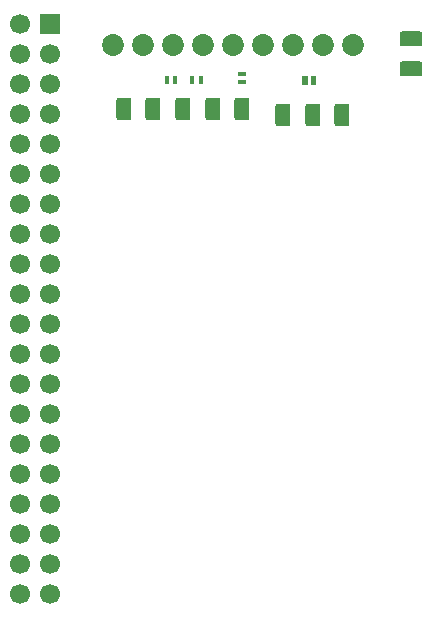
<source format=gbr>
%TF.GenerationSoftware,KiCad,Pcbnew,9.0.4-9.0.4-0~ubuntu22.04.1*%
%TF.CreationDate,2025-10-27T10:58:52+05:30*%
%TF.ProjectId,Pin_Socket,50696e5f-536f-4636-9b65-742e6b696361,rev?*%
%TF.SameCoordinates,Original*%
%TF.FileFunction,Soldermask,Bot*%
%TF.FilePolarity,Negative*%
%FSLAX46Y46*%
G04 Gerber Fmt 4.6, Leading zero omitted, Abs format (unit mm)*
G04 Created by KiCad (PCBNEW 9.0.4-9.0.4-0~ubuntu22.04.1) date 2025-10-27 10:58:52*
%MOMM*%
%LPD*%
G01*
G04 APERTURE LIST*
G04 Aperture macros list*
%AMRoundRect*
0 Rectangle with rounded corners*
0 $1 Rounding radius*
0 $2 $3 $4 $5 $6 $7 $8 $9 X,Y pos of 4 corners*
0 Add a 4 corners polygon primitive as box body*
4,1,4,$2,$3,$4,$5,$6,$7,$8,$9,$2,$3,0*
0 Add four circle primitives for the rounded corners*
1,1,$1+$1,$2,$3*
1,1,$1+$1,$4,$5*
1,1,$1+$1,$6,$7*
1,1,$1+$1,$8,$9*
0 Add four rect primitives between the rounded corners*
20,1,$1+$1,$2,$3,$4,$5,0*
20,1,$1+$1,$4,$5,$6,$7,0*
20,1,$1+$1,$6,$7,$8,$9,0*
20,1,$1+$1,$8,$9,$2,$3,0*%
G04 Aperture macros list end*
%ADD10C,0.010000*%
%ADD11R,1.700000X1.700000*%
%ADD12C,1.700000*%
%ADD13RoundRect,0.050000X-0.300000X0.150000X-0.300000X-0.150000X0.300000X-0.150000X0.300000X0.150000X0*%
%ADD14RoundRect,0.050000X-0.150000X-0.300000X0.150000X-0.300000X0.150000X0.300000X-0.150000X0.300000X0*%
%ADD15C,1.854000*%
%ADD16RoundRect,0.190500X0.762000X0.444500X-0.762000X0.444500X-0.762000X-0.444500X0.762000X-0.444500X0*%
%ADD17RoundRect,0.190500X0.444500X-0.762000X0.444500X0.762000X-0.444500X0.762000X-0.444500X-0.762000X0*%
G04 APERTURE END LIST*
D10*
%TO.C,D1*%
X155458000Y-69651000D02*
X155460000Y-69651000D01*
X155463000Y-69652000D01*
X155465000Y-69652000D01*
X155468000Y-69653000D01*
X155470000Y-69654000D01*
X155473000Y-69655000D01*
X155475000Y-69657000D01*
X155477000Y-69658000D01*
X155479000Y-69660000D01*
X155481000Y-69661000D01*
X155483000Y-69663000D01*
X155485000Y-69665000D01*
X155487000Y-69667000D01*
X155489000Y-69669000D01*
X155490000Y-69671000D01*
X155492000Y-69673000D01*
X155493000Y-69675000D01*
X155495000Y-69677000D01*
X155496000Y-69680000D01*
X155497000Y-69682000D01*
X155498000Y-69685000D01*
X155498000Y-69687000D01*
X155499000Y-69690000D01*
X155499000Y-69692000D01*
X155500000Y-69695000D01*
X155500000Y-69697000D01*
X155500000Y-69700000D01*
X155500000Y-70300000D01*
X155500000Y-70303000D01*
X155500000Y-70305000D01*
X155499000Y-70308000D01*
X155499000Y-70310000D01*
X155498000Y-70313000D01*
X155498000Y-70315000D01*
X155497000Y-70318000D01*
X155496000Y-70320000D01*
X155495000Y-70323000D01*
X155493000Y-70325000D01*
X155492000Y-70327000D01*
X155490000Y-70329000D01*
X155489000Y-70331000D01*
X155487000Y-70333000D01*
X155485000Y-70335000D01*
X155483000Y-70337000D01*
X155481000Y-70339000D01*
X155479000Y-70340000D01*
X155477000Y-70342000D01*
X155475000Y-70343000D01*
X155473000Y-70345000D01*
X155470000Y-70346000D01*
X155468000Y-70347000D01*
X155465000Y-70348000D01*
X155463000Y-70348000D01*
X155460000Y-70349000D01*
X155458000Y-70349000D01*
X155455000Y-70350000D01*
X155453000Y-70350000D01*
X155450000Y-70350000D01*
X155150000Y-70350000D01*
X155147000Y-70350000D01*
X155145000Y-70350000D01*
X155142000Y-70349000D01*
X155140000Y-70349000D01*
X155137000Y-70348000D01*
X155135000Y-70348000D01*
X155132000Y-70347000D01*
X155130000Y-70346000D01*
X155127000Y-70345000D01*
X155125000Y-70343000D01*
X155123000Y-70342000D01*
X155121000Y-70340000D01*
X155119000Y-70339000D01*
X155117000Y-70337000D01*
X155115000Y-70335000D01*
X155113000Y-70333000D01*
X155111000Y-70331000D01*
X155110000Y-70329000D01*
X155108000Y-70327000D01*
X155107000Y-70325000D01*
X155105000Y-70323000D01*
X155104000Y-70320000D01*
X155103000Y-70318000D01*
X155102000Y-70315000D01*
X155102000Y-70313000D01*
X155101000Y-70310000D01*
X155101000Y-70308000D01*
X155100000Y-70305000D01*
X155100000Y-70303000D01*
X155100000Y-70300000D01*
X155100000Y-69700000D01*
X155100000Y-69697000D01*
X155100000Y-69695000D01*
X155101000Y-69692000D01*
X155101000Y-69690000D01*
X155102000Y-69687000D01*
X155102000Y-69685000D01*
X155103000Y-69682000D01*
X155104000Y-69680000D01*
X155105000Y-69677000D01*
X155107000Y-69675000D01*
X155108000Y-69673000D01*
X155110000Y-69671000D01*
X155111000Y-69669000D01*
X155113000Y-69667000D01*
X155115000Y-69665000D01*
X155117000Y-69663000D01*
X155119000Y-69661000D01*
X155121000Y-69660000D01*
X155123000Y-69658000D01*
X155125000Y-69657000D01*
X155127000Y-69655000D01*
X155130000Y-69654000D01*
X155132000Y-69653000D01*
X155135000Y-69652000D01*
X155137000Y-69652000D01*
X155140000Y-69651000D01*
X155142000Y-69651000D01*
X155145000Y-69650000D01*
X155147000Y-69650000D01*
X155150000Y-69650000D01*
X155450000Y-69650000D01*
X155453000Y-69650000D01*
X155455000Y-69650000D01*
X155458000Y-69651000D01*
G36*
X155458000Y-69651000D02*
G01*
X155460000Y-69651000D01*
X155463000Y-69652000D01*
X155465000Y-69652000D01*
X155468000Y-69653000D01*
X155470000Y-69654000D01*
X155473000Y-69655000D01*
X155475000Y-69657000D01*
X155477000Y-69658000D01*
X155479000Y-69660000D01*
X155481000Y-69661000D01*
X155483000Y-69663000D01*
X155485000Y-69665000D01*
X155487000Y-69667000D01*
X155489000Y-69669000D01*
X155490000Y-69671000D01*
X155492000Y-69673000D01*
X155493000Y-69675000D01*
X155495000Y-69677000D01*
X155496000Y-69680000D01*
X155497000Y-69682000D01*
X155498000Y-69685000D01*
X155498000Y-69687000D01*
X155499000Y-69690000D01*
X155499000Y-69692000D01*
X155500000Y-69695000D01*
X155500000Y-69697000D01*
X155500000Y-69700000D01*
X155500000Y-70300000D01*
X155500000Y-70303000D01*
X155500000Y-70305000D01*
X155499000Y-70308000D01*
X155499000Y-70310000D01*
X155498000Y-70313000D01*
X155498000Y-70315000D01*
X155497000Y-70318000D01*
X155496000Y-70320000D01*
X155495000Y-70323000D01*
X155493000Y-70325000D01*
X155492000Y-70327000D01*
X155490000Y-70329000D01*
X155489000Y-70331000D01*
X155487000Y-70333000D01*
X155485000Y-70335000D01*
X155483000Y-70337000D01*
X155481000Y-70339000D01*
X155479000Y-70340000D01*
X155477000Y-70342000D01*
X155475000Y-70343000D01*
X155473000Y-70345000D01*
X155470000Y-70346000D01*
X155468000Y-70347000D01*
X155465000Y-70348000D01*
X155463000Y-70348000D01*
X155460000Y-70349000D01*
X155458000Y-70349000D01*
X155455000Y-70350000D01*
X155453000Y-70350000D01*
X155450000Y-70350000D01*
X155150000Y-70350000D01*
X155147000Y-70350000D01*
X155145000Y-70350000D01*
X155142000Y-70349000D01*
X155140000Y-70349000D01*
X155137000Y-70348000D01*
X155135000Y-70348000D01*
X155132000Y-70347000D01*
X155130000Y-70346000D01*
X155127000Y-70345000D01*
X155125000Y-70343000D01*
X155123000Y-70342000D01*
X155121000Y-70340000D01*
X155119000Y-70339000D01*
X155117000Y-70337000D01*
X155115000Y-70335000D01*
X155113000Y-70333000D01*
X155111000Y-70331000D01*
X155110000Y-70329000D01*
X155108000Y-70327000D01*
X155107000Y-70325000D01*
X155105000Y-70323000D01*
X155104000Y-70320000D01*
X155103000Y-70318000D01*
X155102000Y-70315000D01*
X155102000Y-70313000D01*
X155101000Y-70310000D01*
X155101000Y-70308000D01*
X155100000Y-70305000D01*
X155100000Y-70303000D01*
X155100000Y-70300000D01*
X155100000Y-69700000D01*
X155100000Y-69697000D01*
X155100000Y-69695000D01*
X155101000Y-69692000D01*
X155101000Y-69690000D01*
X155102000Y-69687000D01*
X155102000Y-69685000D01*
X155103000Y-69682000D01*
X155104000Y-69680000D01*
X155105000Y-69677000D01*
X155107000Y-69675000D01*
X155108000Y-69673000D01*
X155110000Y-69671000D01*
X155111000Y-69669000D01*
X155113000Y-69667000D01*
X155115000Y-69665000D01*
X155117000Y-69663000D01*
X155119000Y-69661000D01*
X155121000Y-69660000D01*
X155123000Y-69658000D01*
X155125000Y-69657000D01*
X155127000Y-69655000D01*
X155130000Y-69654000D01*
X155132000Y-69653000D01*
X155135000Y-69652000D01*
X155137000Y-69652000D01*
X155140000Y-69651000D01*
X155142000Y-69651000D01*
X155145000Y-69650000D01*
X155147000Y-69650000D01*
X155150000Y-69650000D01*
X155450000Y-69650000D01*
X155453000Y-69650000D01*
X155455000Y-69650000D01*
X155458000Y-69651000D01*
G37*
X156158000Y-69651000D02*
X156160000Y-69651000D01*
X156163000Y-69652000D01*
X156165000Y-69652000D01*
X156168000Y-69653000D01*
X156170000Y-69654000D01*
X156173000Y-69655000D01*
X156175000Y-69657000D01*
X156177000Y-69658000D01*
X156179000Y-69660000D01*
X156181000Y-69661000D01*
X156183000Y-69663000D01*
X156185000Y-69665000D01*
X156187000Y-69667000D01*
X156189000Y-69669000D01*
X156190000Y-69671000D01*
X156192000Y-69673000D01*
X156193000Y-69675000D01*
X156195000Y-69677000D01*
X156196000Y-69680000D01*
X156197000Y-69682000D01*
X156198000Y-69685000D01*
X156198000Y-69687000D01*
X156199000Y-69690000D01*
X156199000Y-69692000D01*
X156200000Y-69695000D01*
X156200000Y-69697000D01*
X156200000Y-69700000D01*
X156200000Y-70300000D01*
X156200000Y-70303000D01*
X156200000Y-70305000D01*
X156199000Y-70308000D01*
X156199000Y-70310000D01*
X156198000Y-70313000D01*
X156198000Y-70315000D01*
X156197000Y-70318000D01*
X156196000Y-70320000D01*
X156195000Y-70323000D01*
X156193000Y-70325000D01*
X156192000Y-70327000D01*
X156190000Y-70329000D01*
X156189000Y-70331000D01*
X156187000Y-70333000D01*
X156185000Y-70335000D01*
X156183000Y-70337000D01*
X156181000Y-70339000D01*
X156179000Y-70340000D01*
X156177000Y-70342000D01*
X156175000Y-70343000D01*
X156173000Y-70345000D01*
X156170000Y-70346000D01*
X156168000Y-70347000D01*
X156165000Y-70348000D01*
X156163000Y-70348000D01*
X156160000Y-70349000D01*
X156158000Y-70349000D01*
X156155000Y-70350000D01*
X156153000Y-70350000D01*
X156150000Y-70350000D01*
X155850000Y-70350000D01*
X155847000Y-70350000D01*
X155845000Y-70350000D01*
X155842000Y-70349000D01*
X155840000Y-70349000D01*
X155837000Y-70348000D01*
X155835000Y-70348000D01*
X155832000Y-70347000D01*
X155830000Y-70346000D01*
X155827000Y-70345000D01*
X155825000Y-70343000D01*
X155823000Y-70342000D01*
X155821000Y-70340000D01*
X155819000Y-70339000D01*
X155817000Y-70337000D01*
X155815000Y-70335000D01*
X155813000Y-70333000D01*
X155811000Y-70331000D01*
X155810000Y-70329000D01*
X155808000Y-70327000D01*
X155807000Y-70325000D01*
X155805000Y-70323000D01*
X155804000Y-70320000D01*
X155803000Y-70318000D01*
X155802000Y-70315000D01*
X155802000Y-70313000D01*
X155801000Y-70310000D01*
X155801000Y-70308000D01*
X155800000Y-70305000D01*
X155800000Y-70303000D01*
X155800000Y-70300000D01*
X155800000Y-69700000D01*
X155800000Y-69697000D01*
X155800000Y-69695000D01*
X155801000Y-69692000D01*
X155801000Y-69690000D01*
X155802000Y-69687000D01*
X155802000Y-69685000D01*
X155803000Y-69682000D01*
X155804000Y-69680000D01*
X155805000Y-69677000D01*
X155807000Y-69675000D01*
X155808000Y-69673000D01*
X155810000Y-69671000D01*
X155811000Y-69669000D01*
X155813000Y-69667000D01*
X155815000Y-69665000D01*
X155817000Y-69663000D01*
X155819000Y-69661000D01*
X155821000Y-69660000D01*
X155823000Y-69658000D01*
X155825000Y-69657000D01*
X155827000Y-69655000D01*
X155830000Y-69654000D01*
X155832000Y-69653000D01*
X155835000Y-69652000D01*
X155837000Y-69652000D01*
X155840000Y-69651000D01*
X155842000Y-69651000D01*
X155845000Y-69650000D01*
X155847000Y-69650000D01*
X155850000Y-69650000D01*
X156150000Y-69650000D01*
X156153000Y-69650000D01*
X156155000Y-69650000D01*
X156158000Y-69651000D01*
G36*
X156158000Y-69651000D02*
G01*
X156160000Y-69651000D01*
X156163000Y-69652000D01*
X156165000Y-69652000D01*
X156168000Y-69653000D01*
X156170000Y-69654000D01*
X156173000Y-69655000D01*
X156175000Y-69657000D01*
X156177000Y-69658000D01*
X156179000Y-69660000D01*
X156181000Y-69661000D01*
X156183000Y-69663000D01*
X156185000Y-69665000D01*
X156187000Y-69667000D01*
X156189000Y-69669000D01*
X156190000Y-69671000D01*
X156192000Y-69673000D01*
X156193000Y-69675000D01*
X156195000Y-69677000D01*
X156196000Y-69680000D01*
X156197000Y-69682000D01*
X156198000Y-69685000D01*
X156198000Y-69687000D01*
X156199000Y-69690000D01*
X156199000Y-69692000D01*
X156200000Y-69695000D01*
X156200000Y-69697000D01*
X156200000Y-69700000D01*
X156200000Y-70300000D01*
X156200000Y-70303000D01*
X156200000Y-70305000D01*
X156199000Y-70308000D01*
X156199000Y-70310000D01*
X156198000Y-70313000D01*
X156198000Y-70315000D01*
X156197000Y-70318000D01*
X156196000Y-70320000D01*
X156195000Y-70323000D01*
X156193000Y-70325000D01*
X156192000Y-70327000D01*
X156190000Y-70329000D01*
X156189000Y-70331000D01*
X156187000Y-70333000D01*
X156185000Y-70335000D01*
X156183000Y-70337000D01*
X156181000Y-70339000D01*
X156179000Y-70340000D01*
X156177000Y-70342000D01*
X156175000Y-70343000D01*
X156173000Y-70345000D01*
X156170000Y-70346000D01*
X156168000Y-70347000D01*
X156165000Y-70348000D01*
X156163000Y-70348000D01*
X156160000Y-70349000D01*
X156158000Y-70349000D01*
X156155000Y-70350000D01*
X156153000Y-70350000D01*
X156150000Y-70350000D01*
X155850000Y-70350000D01*
X155847000Y-70350000D01*
X155845000Y-70350000D01*
X155842000Y-70349000D01*
X155840000Y-70349000D01*
X155837000Y-70348000D01*
X155835000Y-70348000D01*
X155832000Y-70347000D01*
X155830000Y-70346000D01*
X155827000Y-70345000D01*
X155825000Y-70343000D01*
X155823000Y-70342000D01*
X155821000Y-70340000D01*
X155819000Y-70339000D01*
X155817000Y-70337000D01*
X155815000Y-70335000D01*
X155813000Y-70333000D01*
X155811000Y-70331000D01*
X155810000Y-70329000D01*
X155808000Y-70327000D01*
X155807000Y-70325000D01*
X155805000Y-70323000D01*
X155804000Y-70320000D01*
X155803000Y-70318000D01*
X155802000Y-70315000D01*
X155802000Y-70313000D01*
X155801000Y-70310000D01*
X155801000Y-70308000D01*
X155800000Y-70305000D01*
X155800000Y-70303000D01*
X155800000Y-70300000D01*
X155800000Y-69700000D01*
X155800000Y-69697000D01*
X155800000Y-69695000D01*
X155801000Y-69692000D01*
X155801000Y-69690000D01*
X155802000Y-69687000D01*
X155802000Y-69685000D01*
X155803000Y-69682000D01*
X155804000Y-69680000D01*
X155805000Y-69677000D01*
X155807000Y-69675000D01*
X155808000Y-69673000D01*
X155810000Y-69671000D01*
X155811000Y-69669000D01*
X155813000Y-69667000D01*
X155815000Y-69665000D01*
X155817000Y-69663000D01*
X155819000Y-69661000D01*
X155821000Y-69660000D01*
X155823000Y-69658000D01*
X155825000Y-69657000D01*
X155827000Y-69655000D01*
X155830000Y-69654000D01*
X155832000Y-69653000D01*
X155835000Y-69652000D01*
X155837000Y-69652000D01*
X155840000Y-69651000D01*
X155842000Y-69651000D01*
X155845000Y-69650000D01*
X155847000Y-69650000D01*
X155850000Y-69650000D01*
X156150000Y-69650000D01*
X156153000Y-69650000D01*
X156155000Y-69650000D01*
X156158000Y-69651000D01*
G37*
%TD*%
D11*
%TO.C,J1*%
X133770000Y-65294200D03*
D12*
X131230000Y-65294200D03*
X133770000Y-67834200D03*
X131230000Y-67834200D03*
X133770000Y-70374200D03*
X131230000Y-70374200D03*
X133770000Y-72914200D03*
X131230000Y-72914200D03*
X133770000Y-75454200D03*
X131230000Y-75454200D03*
X133770000Y-77994200D03*
X131230000Y-77994200D03*
X133770000Y-80534200D03*
X131230000Y-80534200D03*
X133770000Y-83074200D03*
X131230000Y-83074200D03*
X133770000Y-85614200D03*
X131230000Y-85614200D03*
X133770000Y-88154200D03*
X131230000Y-88154200D03*
X133770000Y-90694200D03*
X131230000Y-90694200D03*
X133770000Y-93234200D03*
X131230000Y-93234200D03*
X133770000Y-95774200D03*
X131230000Y-95774200D03*
X133770000Y-98314200D03*
X131230000Y-98314200D03*
X133770000Y-100854200D03*
X131230000Y-100854200D03*
X133770000Y-103394200D03*
X131230000Y-103394200D03*
X133770000Y-105934200D03*
X131230000Y-105934200D03*
X133770000Y-108474200D03*
X131230000Y-108474200D03*
X133770000Y-111014200D03*
X131230000Y-111014200D03*
X133770000Y-113554200D03*
X131230000Y-113554200D03*
%TD*%
D13*
%TO.C,D2*%
X150000000Y-69500000D03*
X150000000Y-70200000D03*
%TD*%
D14*
%TO.C,D3*%
X143650000Y-70000000D03*
X144350000Y-70000000D03*
%TD*%
D15*
%TO.C,J3*%
X159430000Y-67054200D03*
X156890000Y-67054200D03*
X154350000Y-67054200D03*
X151810000Y-67054200D03*
X149270000Y-67054200D03*
X146730000Y-67054200D03*
X144190000Y-67054200D03*
X141650000Y-67054200D03*
X139110000Y-67054200D03*
%TD*%
D16*
%TO.C,J5*%
X164270050Y-66554177D03*
X164270050Y-69054177D03*
%TD*%
D14*
%TO.C,D4*%
X145800000Y-70000000D03*
X146500000Y-70000000D03*
%TD*%
D17*
%TO.C,J2*%
X158500000Y-73000000D03*
X156000000Y-73000000D03*
X153500000Y-73000000D03*
%TD*%
%TO.C,J4*%
X150000000Y-72500000D03*
X147500000Y-72500000D03*
X145000000Y-72500000D03*
X142500000Y-72500000D03*
X140000000Y-72500000D03*
%TD*%
M02*

</source>
